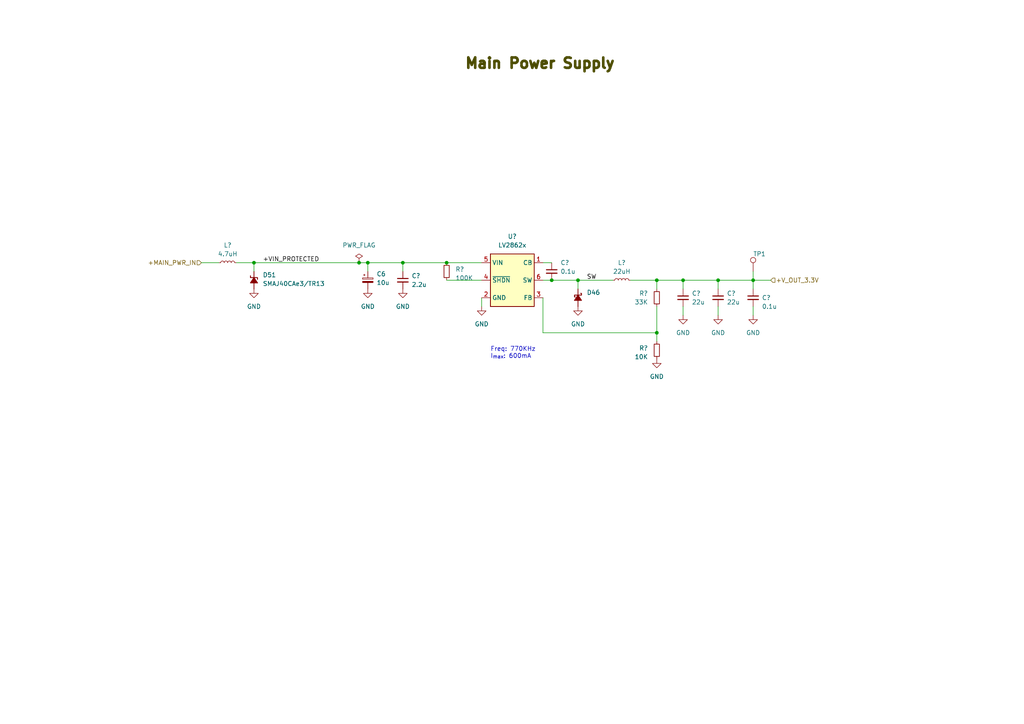
<source format=kicad_sch>
(kicad_sch (version 20230121) (generator eeschema)
  (paper "A4")
  (title_block (title "Main Power Supply") (date "2023-06-19") (rev "R2.1"))
  (lib_symbols
    (symbol "Connector:TestPoint" (pin_numbers hide) (pin_names (offset 0.762) hide)
      (property "Reference" "TP" (at 0 6.858 0))
      (property "Value" "TestPoint" (at 0 5.08 0))
      (symbol "TestPoint_0_1"
        (circle (center 0 3.302) (radius 0.762))
      )
      (symbol "TestPoint_1_1"
        (pin passive line (at 0 0 90) (length 2.54) (name "1") (number "1"))
      )
    )
    (symbol "Device:C_Polarized_Small" (pin_numbers hide) (pin_names (offset 0.254) hide)
      (property "Reference" "C" (at 0.254 1.778 0))
      (property "Value" "C_Polarized_Small" (at 0.254 -2.032 0))
      (symbol "C_Polarized_Small_0_1"
        (rectangle (start -1.524 -0.3048) (end 1.524 -0.6858) (fill (type outline)))
        (rectangle (start -1.524 0.6858) (end 1.524 0.3048))
        (polyline (pts (xy -1.27 1.524) (xy -0.762 1.524)))
        (polyline (pts (xy -1.016 1.27) (xy -1.016 1.778)))
      )
      (symbol "C_Polarized_Small_1_1"
        (pin passive line (at 0 2.54 270) (length 1.8542) (name "~") (number "1"))
        (pin passive line (at 0 -2.54 90) (length 1.8542) (name "~") (number "2"))
      )
    )
    (symbol "Device:C_Small" (pin_numbers hide) (pin_names (offset 0.254) hide)
      (property "Reference" "C" (at 0.254 1.778 0))
      (property "Value" "C_Small" (at 0.254 -2.032 0))
      (symbol "C_Small_0_1"
        (polyline (pts (xy -1.524 -0.508) (xy 1.524 -0.508)) (stroke (width 0.3302)))
        (polyline (pts (xy -1.524 0.508) (xy 1.524 0.508)) (stroke (width 0.3048)))
      )
      (symbol "C_Small_1_1"
        (pin passive line (at 0 2.54 270) (length 2.032) (name "~") (number "1"))
        (pin passive line (at 0 -2.54 90) (length 2.032) (name "~") (number "2"))
      )
    )
    (symbol "Device:D_Schottky_Small_Filled" (pin_numbers hide) (pin_names (offset 0.254) hide)
      (property "Reference" "D" (at -1.27 2.032 0))
      (property "Value" "D_Schottky_Small_Filled" (at -7.112 -2.032 0))
      (symbol "D_Schottky_Small_Filled_0_1"
        (polyline (pts (xy -0.762 0) (xy 0.762 0)))
        (polyline (pts (xy 0.762 -1.016) (xy -0.762 0) (xy 0.762 1.016) (xy 0.762 -1.016)) (stroke (width 0.254)) (fill (type outline)))
        (polyline (pts (xy -1.27 0.762) (xy -1.27 1.016) (xy -0.762 1.016) (xy -0.762 -1.016) (xy -0.254 -1.016) (xy -0.254 -0.762)) (stroke (width 0.254)))
      )
      (symbol "D_Schottky_Small_Filled_1_1"
        (pin passive line (at -2.54 0 0) (length 1.778) (name "K") (number "1"))
        (pin passive line (at 2.54 0 180) (length 1.778) (name "A") (number "2"))
      )
    )
    (symbol "Device:L_Small" (pin_numbers hide) (pin_names (offset 0.254) hide)
      (property "Reference" "L" (at 0.762 1.016 0))
      (property "Value" "L_Small" (at 0.762 -1.016 0))
      (symbol "L_Small_0_1"
        (arc (start 0 -2.032) (mid 0.5058 -1.524) (end 0 -1.016))
        (arc (start 0 -1.016) (mid 0.5058 -0.508) (end 0 0))
        (arc (start 0 0) (mid 0.5058 0.508) (end 0 1.016))
        (arc (start 0 1.016) (mid 0.5058 1.524) (end 0 2.032))
      )
      (symbol "L_Small_1_1"
        (pin passive line (at 0 2.54 270) (length 0.508) (name "~") (number "1"))
        (pin passive line (at 0 -2.54 90) (length 0.508) (name "~") (number "2"))
      )
    )
    (symbol "Device:R_Small" (pin_numbers hide) (pin_names (offset 0.254) hide)
      (property "Reference" "R" (at 0.762 0.508 0))
      (property "Value" "R_Small" (at 0.762 -1.016 0))
      (symbol "R_Small_0_1"
        (rectangle (start -0.762 1.778) (end 0.762 -1.778) (stroke (width 0.2032)))
      )
      (symbol "R_Small_1_1"
        (pin passive line (at 0 2.54 270) (length 0.762) (name "~") (number "1"))
        (pin passive line (at 0 -2.54 90) (length 0.762) (name "~") (number "2"))
      )
    )
    (symbol "My Libraries:D_TVS" (pin_numbers hide) (pin_names hide)
      (property "Reference" "D" (at -2.54 5.08 0))
      (property "Value" "D_TVS" (at -2.54 2.54 0))
      (symbol "D_TVS_0_1"
        (polyline (pts (xy -1.2954 -1.016) (xy -0.7874 -1.016)) (stroke (width 0.254)))
        (polyline (pts (xy 0.762 0) (xy -0.762 0)))
        (polyline (pts (xy -0.254 1.016) (xy -0.762 1.016) (xy -0.762 -1.016)) (stroke (width 0.254)))
        (polyline (pts (xy 0.762 1.016) (xy -0.762 0) (xy 0.762 -1.016) (xy 0.762 1.016)) (stroke (width 0.254)) (fill (type outline)))
      )
      (symbol "D_TVS_1_1"
        (pin passive line (at -2.54 0 0) (length 1.778) (name "K") (number "1"))
        (pin passive line (at 2.54 0 180) (length 1.778) (name "A") (number "2"))
      )
    )
    (symbol "My Libraries:LV2862x"
      (property "Reference" "U" (at -1.27 11.43 0))
      (property "Value" "LV2862x" (at -1.27 8.89 0))
      (symbol "LV2862x_1_1"
        (rectangle (start -7.62 7.62) (end 5.08 -7.62) (stroke (width 0.254)) (fill (type background)))
        (pin passive line (at 7.62 5.08 180) (length 2.54) (name "CB") (number "1"))
        (pin passive line (at -10.16 -5.08 0) (length 2.54) (name "GND") (number "2"))
        (pin passive line (at 7.62 -5.08 180) (length 2.54) (name "FB") (number "3"))
        (pin passive line (at -10.16 0 0) (length 2.54) (name "~{SHDN}") (number "4"))
        (pin power_in line (at -10.16 5.08 0) (length 2.54) (name "VIN") (number "5"))
        (pin passive line (at 7.62 0 180) (length 2.54) (name "SW") (number "6"))
      )
    )
    (symbol "power:GND" (power) (pin_names (offset 0))
      (property "Value" "GND" (at 0 -3.81 0))
      (symbol "GND_0_1"
        (polyline (pts (xy 0 0) (xy 0 -1.27) (xy 1.27 -1.27) (xy 0 -2.54) (xy -1.27 -1.27) (xy 0 -1.27)))
      )
      (symbol "GND_1_1"
        (pin power_in line (at 0 0 270) (length 0) hide (name "GND") (number "1"))
      )
    )
    (symbol "power:PWR_FLAG" (power) (pin_numbers hide) (pin_names (offset 0) hide)
      (property "Value" "PWR_FLAG" (at 0 3.81 0))
      (symbol "PWR_FLAG_0_0"
        (pin power_out line (at 0 0 90) (length 0) (name "pwr") (number "1"))
      )
      (symbol "PWR_FLAG_0_1"
        (polyline (pts (xy 0 0) (xy 0 1.27) (xy -1.016 1.905) (xy 0 2.54) (xy 1.016 1.905) (xy 0 1.27)))
      )
    )
  )
  (junction (at 167.64 81.28))
  (junction (at 208.28 81.28))
  (junction (at 190.5 96.52))
  (junction (at 106.68 76.2))
  (junction (at 104.14 76.2))
  (junction (at 218.44 81.28))
  (junction (at 129.54 76.2))
  (junction (at 160.02 81.28))
  (junction (at 198.12 81.28))
  (junction (at 116.84 76.2))
  (junction (at 73.66 76.2))
  (junction (at 190.5 81.28))
  (wire (pts (xy 218.44 78.74) (xy 218.44 81.28)))
  (wire (pts (xy 157.48 81.28) (xy 160.02 81.28)))
  (wire (pts (xy 160.02 81.28) (xy 167.64 81.28)))
  (wire (pts (xy 167.64 81.28) (xy 167.64 83.82)))
  (wire (pts (xy 208.28 81.28) (xy 218.44 81.28)))
  (wire (pts (xy 139.7 86.36) (xy 139.7 88.9)))
  (wire (pts (xy 218.44 88.9) (xy 218.44 91.44)))
  (wire (pts (xy 190.5 81.28) (xy 198.12 81.28)))
  (wire (pts (xy 129.54 81.28) (xy 139.7 81.28)))
  (wire (pts (xy 116.84 76.2) (xy 129.54 76.2)))
  (wire (pts (xy 106.68 76.2) (xy 106.68 78.74)))
  (wire (pts (xy 58.42 76.2) (xy 63.5 76.2)))
  (wire (pts (xy 190.5 81.28) (xy 190.5 83.82)))
  (wire (pts (xy 190.5 96.52) (xy 157.48 96.52)))
  (wire (pts (xy 190.5 88.9) (xy 190.5 96.52)))
  (wire (pts (xy 198.12 83.82) (xy 198.12 81.28)))
  (wire (pts (xy 208.28 88.9) (xy 208.28 91.44)))
  (wire (pts (xy 129.54 76.2) (xy 139.7 76.2)))
  (wire (pts (xy 73.66 78.74) (xy 73.66 76.2)))
  (wire (pts (xy 218.44 81.28) (xy 223.52 81.28)))
  (wire (pts (xy 157.48 76.2) (xy 160.02 76.2)))
  (wire (pts (xy 157.48 86.36) (xy 157.48 96.52)))
  (wire (pts (xy 73.66 76.2) (xy 68.58 76.2)))
  (wire (pts (xy 116.84 76.2) (xy 116.84 78.74)))
  (wire (pts (xy 190.5 96.52) (xy 190.5 99.06)))
  (wire (pts (xy 198.12 88.9) (xy 198.12 91.44)))
  (wire (pts (xy 208.28 81.28) (xy 208.28 83.82)))
  (wire (pts (xy 198.12 81.28) (xy 208.28 81.28)))
  (wire (pts (xy 104.14 76.2) (xy 106.68 76.2)))
  (wire (pts (xy 182.88 81.28) (xy 190.5 81.28)))
  (wire (pts (xy 218.44 81.28) (xy 218.44 83.82)))
  (wire (pts (xy 73.66 76.2) (xy 104.14 76.2)))
  (wire (pts (xy 106.68 76.2) (xy 116.84 76.2)))
  (wire (pts (xy 167.64 81.28) (xy 177.8 81.28)))
  (text "Freq: 770KHz\nI_{max}: 600mA" (at 142.24 104.14 0) (effects (font (size 1.27 1.27)) (justify left bottom)))
  (text "${TITLE}" (at 134.62 20.32 0) (effects (font (size 3 3) (thickness 0.8) bold) (justify left bottom)))
  (label "SW" (at 170.18 81.28 0))
  (label "+VIN_PROTECTED" (at 76.2 76.2 0))
  (hierarchical_label "+MAIN_PWR_IN" (shape input) (at 58.42 76.2 180))
  (hierarchical_label "+V_OUT_3.3V" (shape input) (at 223.52 81.28 0))
  (symbol (lib_id "power:GND") (at 198.12 91.44 0) (unit 1)
    (property "Reference" "#PWR?" (effects hide))
    (property "Value" "GND" (at 198.12 96.52 0))
    (instances (project "serial_io_expander" (path "" (reference "#PWR?") (unit 1)) (path "" (reference "#PWR?") (unit 1)) (path "" (reference "#PWR0175") (unit 1))))
  )
  (symbol (lib_id "Device:L_Small") (at 180.34 81.28 90) (unit 1)
    (property "Reference" "L?" (at 180.34 76.2 90))
    (property "Value" "22uH" (at 180.34 78.74 90))
    (property "Footprint" "Inductor_SMD:L_Taiyo-Yuden_NR-50xx" (effects hide))
    (property "PartkeeprID" "44" (effects hide))
    (instances (project "serial_io_expander" (path "" (reference "L?") (unit 1)) (path "" (reference "L1") (unit 1))))
  )
  (symbol (lib_id "power:GND") (at 167.64 88.9 0) (unit 1)
    (property "Reference" "#PWR?" (effects hide))
    (property "Value" "GND" (at 167.64 93.98 0))
    (instances (project "serial_io_expander" (path "" (reference "#PWR?") (unit 1)) (path "" (reference "#PWR?") (unit 1)) (path "" (reference "#PWR0173") (unit 1))))
  )
  (symbol (lib_id "power:GND") (at 139.7 88.9 0) (unit 1)
    (property "Reference" "#PWR?" (effects hide))
    (property "Value" "GND" (at 139.7 93.98 0))
    (instances (project "serial_io_expander" (path "" (reference "#PWR?") (unit 1)) (path "" (reference "#PWR?") (unit 1)) (path "" (reference "#PWR0174") (unit 1))))
  )
  (symbol (lib_id "My Libraries:LV2862x") (at 149.86 81.28 0) (unit 1)
    (property "Reference" "U?" (at 148.59 68.58 0))
    (property "Value" "LV2862x" (at 148.59 71.12 0))
    (property "Footprint" "Package_TO_SOT_SMD:SOT-23-6" (effects hide))
    (property "Datasheet" "https://www.ti.com/lit/ds/symlink/lv2862.pdf" (effects hide))
    (property "PartkeeprID" "46" (effects hide))
    (instances (project "serial_io_expander" (path "" (reference "U?") (unit 1)) (path "" (reference "U2") (unit 1))))
  )
  (symbol (lib_id "Device:C_Small") (at 116.84 81.28 0) (unit 1)
    (property "Reference" "C?" (at 119.38 80.0163 0) (effects (justify left)))
    (property "Value" "2.2u" (at 119.38 82.5563 0) (effects (justify left)))
    (property "Footprint" "Capacitor_SMD:C_1210_3225Metric" (effects hide))
    (property "PartkeeprID" "42" (effects hide))
    (instances (project "serial_io_expander" (path "" (reference "C?") (unit 1)) (path "" (reference "C?") (unit 1)) (path "" (reference "C7") (unit 1))))
  )
  (symbol (lib_id "Device:C_Small") (at 208.28 86.36 0) (unit 1)
    (property "Reference" "C?" (at 210.82 85.0963 0) (effects (justify left)))
    (property "Value" "22u" (at 210.82 87.6363 0) (effects (justify left)))
    (property "Footprint" "Capacitor_SMD:C_1210_3225Metric" (effects hide))
    (property "PartkeeprID" "45" (effects hide))
    (instances (project "serial_io_expander" (path "" (reference "C?") (unit 1)) (path "" (reference "C?") (unit 1)) (path "" (reference "C10") (unit 1))))
  )
  (symbol (lib_id "power:GND") (at 218.44 91.44 0) (unit 1)
    (property "Reference" "#PWR?" (effects hide))
    (property "Value" "GND" (at 218.44 96.52 0))
    (instances (project "serial_io_expander" (path "" (reference "#PWR?") (unit 1)) (path "" (reference "#PWR?") (unit 1)) (path "" (reference "#PWR0178") (unit 1))))
  )
  (symbol (lib_id "My Libraries:D_TVS") (at 73.66 81.28 270) (unit 1)
    (property "Reference" "D51" (at 76.2 79.7433 90) (effects (justify left)))
    (property "Value" "SMAJ40CAe3/TR13" (at 76.2 82.2833 90) (effects (justify left)))
    (property "Footprint" "Diode_SMD:D_SMA" (effects hide))
  )
  (symbol (lib_id "power:GND") (at 208.28 91.44 0) (unit 1)
    (property "Reference" "#PWR?" (effects hide))
    (property "Value" "GND" (at 208.28 96.52 0))
    (instances (project "serial_io_expander" (path "" (reference "#PWR?") (unit 1)) (path "" (reference "#PWR?") (unit 1)) (path "" (reference "#PWR0177") (unit 1))))
  )
  (symbol (lib_id "Device:R_Small") (at 129.54 78.74 180) (unit 1)
    (property "Reference" "R?" (at 132.08 78.105 0) (effects (justify right)))
    (property "Value" "100K" (at 132.08 80.645 0) (effects (justify right)))
    (property "Footprint" "Resistor_SMD:R_0603_1608Metric" (effects hide))
    (property "PartkeeprID" "47" (effects hide))
    (instances (project "serial_io_expander" (path "" (reference "R?") (unit 1)) (path "" (reference "R?") (unit 1)) (path "" (reference "R76") (unit 1))))
  )
  (symbol (lib_id "Device:D_Schottky_Small_Filled") (at 167.64 86.36 270) (unit 1)
    (property "Reference" "D46" (at 170.18 84.836 90) (effects (justify left)))
    (property "Value" "SBR3U60P1Q-7" (effects hide))
    (property "Footprint" "Diode_SMD:D_PowerDI-123" (effects hide))
    (property "PartkeeprID" "43" (effects hide))
  )
  (symbol (lib_id "Device:L_Small") (at 66.04 76.2 90) (unit 1)
    (property "Reference" "L?" (at 66.04 71.12 90))
    (property "Value" "4.7uH" (at 66.04 73.66 90))
    (property "Footprint" "My Footprints:L_TDK_VLS252012HBX" (effects hide))
    (property "PartkeeprID" "44" (effects hide))
    (instances (project "serial_io_expander" (path "" (reference "L?") (unit 1)) (path "" (reference "L5") (unit 1))))
  )
  (symbol (lib_id "Device:C_Small") (at 218.44 86.36 0) (unit 1)
    (property "Reference" "C?" (at 220.98 86.36 0) (effects (justify left)))
    (property "Value" "0.1u" (at 220.98 88.9 0) (effects (justify left)))
    (property "Footprint" "Capacitor_SMD:C_0603_1608Metric" (effects hide))
    (property "PartkeeprID" "50" (effects hide))
    (instances (project "serial_io_expander" (path "" (reference "C?") (unit 1)) (path "" (reference "C?") (unit 1)) (path "" (reference "C11") (unit 1))))
  )
  (symbol (lib_id "power:PWR_FLAG") (at 104.14 76.2 0) (unit 1)
    (property "Reference" "#FLG0101" (effects hide))
    (property "Value" "PWR_FLAG" (at 104.14 71.12 0))
  )
  (symbol (lib_id "Device:C_Small") (at 198.12 86.36 0) (unit 1)
    (property "Reference" "C?" (at 200.66 85.0963 0) (effects (justify left)))
    (property "Value" "22u" (at 200.66 87.6363 0) (effects (justify left)))
    (property "Footprint" "Capacitor_SMD:C_1210_3225Metric" (effects hide))
    (property "PartkeeprID" "45" (effects hide))
    (instances (project "serial_io_expander" (path "" (reference "C?") (unit 1)) (path "" (reference "C?") (unit 1)) (path "" (reference "C9") (unit 1))))
  )
  (symbol (lib_id "power:GND") (at 190.5 104.14 0) (unit 1)
    (property "Reference" "#PWR?" (effects hide))
    (property "Value" "GND" (at 190.5 109.22 0))
    (instances (project "serial_io_expander" (path "" (reference "#PWR?") (unit 1)) (path "" (reference "#PWR?") (unit 1)) (path "" (reference "#PWR0176") (unit 1))))
  )
  (symbol (lib_id "power:GND") (at 73.66 83.82 0) (unit 1)
    (property "Reference" "#PWR?" (effects hide))
    (property "Value" "GND" (at 73.66 88.9 0))
    (instances (project "serial_io_expander" (path "" (reference "#PWR?") (unit 1)) (path "" (reference "#PWR?") (unit 1)) (path "" (reference "#PWR07") (unit 1))))
  )
  (symbol (lib_id "Device:R_Small") (at 190.5 101.6 0) (mirror x) (unit 1)
    (property "Reference" "R?" (at 187.96 100.965 0) (effects (justify right)))
    (property "Value" "10K" (at 187.96 103.505 0) (effects (justify right)))
    (property "Footprint" "Resistor_SMD:R_0603_1608Metric" (effects hide))
    (property "PartkeeprID" "48" (effects hide))
    (instances (project "serial_io_expander" (path "" (reference "R?") (unit 1)) (path "" (reference "R?") (unit 1)) (path "" (reference "R78") (unit 1))))
  )
  (symbol (lib_id "Device:C_Small") (at 160.02 78.74 0) (unit 1)
    (property "Reference" "C?" (at 162.56 76.2 0) (effects (justify left)))
    (property "Value" "0.1u" (at 162.56 78.74 0) (effects (justify left)))
    (property "Footprint" "Capacitor_SMD:C_0603_1608Metric" (effects hide))
    (property "PartkeeprID" "50" (effects hide))
    (instances (project "serial_io_expander" (path "" (reference "C?") (unit 1)) (path "" (reference "C?") (unit 1)) (path "" (reference "C8") (unit 1))))
  )
  (symbol (lib_id "power:GND") (at 116.84 83.82 0) (unit 1)
    (property "Reference" "#PWR?" (effects hide))
    (property "Value" "GND" (at 116.84 88.9 0))
    (instances (project "serial_io_expander" (path "" (reference "#PWR?") (unit 1)) (path "" (reference "#PWR?") (unit 1)) (path "" (reference "#PWR0171") (unit 1))))
  )
  (symbol (lib_id "Device:C_Polarized_Small") (at 106.68 81.28 0) (unit 1)
    (property "Reference" "C6" (at 109.22 79.4639 0) (effects (justify left)))
    (property "Value" "10u" (at 109.22 82.0039 0) (effects (justify left)))
    (property "Footprint" "Capacitor_SMD:CP_Elec_5x5.3" (effects hide))
    (property "PartkeeprID" "41" (effects hide))
  )
  (symbol (lib_id "Device:R_Small") (at 190.5 86.36 0) (mirror x) (unit 1)
    (property "Reference" "R?" (at 187.96 85.09 0) (effects (justify right)))
    (property "Value" "33K" (at 187.96 87.63 0) (effects (justify right)))
    (property "Footprint" "Resistor_SMD:R_0603_1608Metric" (effects hide))
    (property "PartkeeprID" "49" (effects hide))
    (instances (project "serial_io_expander" (path "" (reference "R?") (unit 1)) (path "" (reference "R?") (unit 1)) (path "" (reference "R77") (unit 1))))
  )
  (symbol (lib_id "Connector:TestPoint") (at 218.44 78.74 0) (unit 1) (in_bom no)
    (property "Reference" "TP1" (at 218.44 73.66 0) (effects (justify left)))
    (property "Value" "TestPoint" (effects hide))
    (property "Footprint" "TestPoint:TestPoint_Pad_D1.5mm" (effects hide))
    (instances (project "serial_io_expander" (path "" (reference "TP1") (unit 1)) (path "" (reference "TP2") (unit 1))))
  )
  (symbol (lib_id "power:GND") (at 106.68 83.82 0) (unit 1)
    (property "Reference" "#PWR?" (effects hide))
    (property "Value" "GND" (at 106.68 88.9 0))
    (instances (project "serial_io_expander" (path "" (reference "#PWR?") (unit 1)) (path "" (reference "#PWR?") (unit 1)) (path "" (reference "#PWR0172") (unit 1))))
  )
)
</source>
